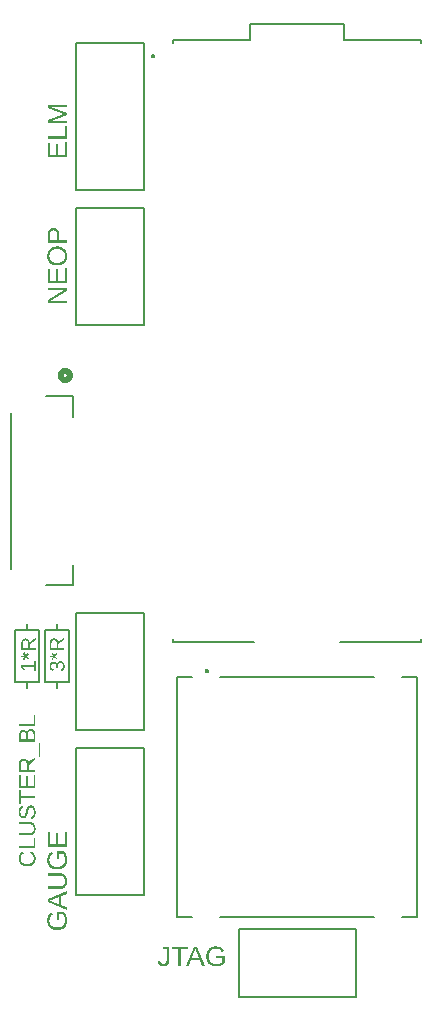
<source format=gbr>
G04 EAGLE Gerber RS-274X export*
G75*
%MOMM*%
%FSLAX34Y34*%
%LPD*%
%INSilkscreen Top*%
%IPPOS*%
%AMOC8*
5,1,8,0,0,1.08239X$1,22.5*%
G01*
G04 Define Apertures*
%ADD10C,0.152400*%
%ADD11C,0.127000*%
%ADD12C,0.200000*%
%ADD13C,0.508000*%
G36*
X-221488Y-224864D02*
X-235312Y-224864D01*
X-235312Y-219841D01*
X-235299Y-219251D01*
X-235260Y-218700D01*
X-235194Y-218187D01*
X-235103Y-217712D01*
X-234985Y-217274D01*
X-234840Y-216875D01*
X-234670Y-216514D01*
X-234473Y-216191D01*
X-234251Y-215906D01*
X-234002Y-215659D01*
X-233726Y-215450D01*
X-233425Y-215278D01*
X-233097Y-215145D01*
X-232743Y-215050D01*
X-232363Y-214993D01*
X-231957Y-214974D01*
X-231656Y-214985D01*
X-231368Y-215017D01*
X-231092Y-215071D01*
X-230828Y-215146D01*
X-230577Y-215243D01*
X-230338Y-215361D01*
X-230111Y-215500D01*
X-229896Y-215661D01*
X-229696Y-215842D01*
X-229594Y-215953D01*
X-229514Y-216040D01*
X-229348Y-216256D01*
X-229200Y-216490D01*
X-229069Y-216742D01*
X-228954Y-217011D01*
X-228858Y-217299D01*
X-228778Y-217604D01*
X-228718Y-217204D01*
X-228635Y-216827D01*
X-228531Y-216474D01*
X-228404Y-216144D01*
X-228255Y-215838D01*
X-228083Y-215556D01*
X-227890Y-215298D01*
X-227790Y-215189D01*
X-227674Y-215063D01*
X-227440Y-214853D01*
X-227191Y-214672D01*
X-226927Y-214519D01*
X-226648Y-214393D01*
X-226354Y-214295D01*
X-226045Y-214226D01*
X-225722Y-214184D01*
X-225383Y-214170D01*
X-224935Y-214191D01*
X-224512Y-214254D01*
X-224115Y-214359D01*
X-223743Y-214506D01*
X-223397Y-214695D01*
X-223077Y-214926D01*
X-222782Y-215199D01*
X-222513Y-215514D01*
X-222273Y-215866D01*
X-222065Y-216252D01*
X-221889Y-216670D01*
X-221744Y-217121D01*
X-221632Y-217604D01*
X-221552Y-218121D01*
X-221504Y-218670D01*
X-221488Y-219252D01*
X-221488Y-224864D01*
G37*
%LPC*%
G36*
X-222989Y-222990D02*
X-222989Y-219350D01*
X-222999Y-218936D01*
X-223029Y-218550D01*
X-223079Y-218194D01*
X-223149Y-217866D01*
X-223238Y-217568D01*
X-223348Y-217299D01*
X-223477Y-217059D01*
X-223627Y-216848D01*
X-223796Y-216664D01*
X-223985Y-216505D01*
X-224193Y-216370D01*
X-224422Y-216260D01*
X-224669Y-216174D01*
X-224937Y-216112D01*
X-225224Y-216076D01*
X-225530Y-216063D01*
X-225826Y-216077D01*
X-226103Y-216117D01*
X-226361Y-216184D01*
X-226599Y-216278D01*
X-226819Y-216399D01*
X-227019Y-216546D01*
X-227200Y-216721D01*
X-227363Y-216922D01*
X-227506Y-217150D01*
X-227630Y-217405D01*
X-227735Y-217686D01*
X-227821Y-217995D01*
X-227887Y-218330D01*
X-227935Y-218693D01*
X-227964Y-219082D01*
X-227973Y-219497D01*
X-227973Y-222990D01*
X-222989Y-222990D01*
G37*
G36*
X-229435Y-222990D02*
X-229435Y-219841D01*
X-229444Y-219477D01*
X-229470Y-219138D01*
X-229515Y-218822D01*
X-229576Y-218530D01*
X-229656Y-218261D01*
X-229753Y-218017D01*
X-229867Y-217796D01*
X-229999Y-217599D01*
X-230150Y-217425D01*
X-230319Y-217275D01*
X-230507Y-217147D01*
X-230714Y-217043D01*
X-230940Y-216962D01*
X-231185Y-216904D01*
X-231449Y-216870D01*
X-231731Y-216858D01*
X-232001Y-216870D01*
X-232250Y-216906D01*
X-232480Y-216966D01*
X-232690Y-217049D01*
X-232880Y-217157D01*
X-233050Y-217289D01*
X-233200Y-217444D01*
X-233330Y-217623D01*
X-233443Y-217825D01*
X-233541Y-218049D01*
X-233623Y-218294D01*
X-233691Y-218560D01*
X-233744Y-218848D01*
X-233781Y-219158D01*
X-233804Y-219488D01*
X-233811Y-219841D01*
X-233811Y-222990D01*
X-229435Y-222990D01*
G37*
%LPD*%
G36*
X-221488Y-250552D02*
X-235312Y-250552D01*
X-235312Y-244047D01*
X-235296Y-243480D01*
X-235247Y-242946D01*
X-235165Y-242445D01*
X-235051Y-241978D01*
X-234904Y-241544D01*
X-234725Y-241143D01*
X-234512Y-240775D01*
X-234267Y-240441D01*
X-233993Y-240143D01*
X-233694Y-239885D01*
X-233368Y-239667D01*
X-233018Y-239488D01*
X-232641Y-239349D01*
X-232239Y-239250D01*
X-231812Y-239190D01*
X-231358Y-239170D01*
X-230981Y-239185D01*
X-230619Y-239227D01*
X-230272Y-239297D01*
X-229941Y-239395D01*
X-229624Y-239521D01*
X-229324Y-239675D01*
X-229038Y-239858D01*
X-228768Y-240068D01*
X-228518Y-240303D01*
X-228292Y-240560D01*
X-228090Y-240837D01*
X-228016Y-240962D01*
X-227912Y-241136D01*
X-227759Y-241457D01*
X-227629Y-241798D01*
X-227524Y-242161D01*
X-227444Y-242546D01*
X-224908Y-240875D01*
X-221488Y-238621D01*
X-221488Y-240780D01*
X-227228Y-244371D01*
X-227228Y-248678D01*
X-221488Y-248678D01*
X-221488Y-250552D01*
G37*
%LPC*%
G36*
X-228709Y-248678D02*
X-228709Y-244155D01*
X-228720Y-243795D01*
X-228752Y-243456D01*
X-228806Y-243138D01*
X-228882Y-242841D01*
X-228979Y-242565D01*
X-229098Y-242310D01*
X-229239Y-242077D01*
X-229401Y-241864D01*
X-229582Y-241674D01*
X-229781Y-241510D01*
X-229998Y-241370D01*
X-230231Y-241257D01*
X-230482Y-241168D01*
X-230750Y-241105D01*
X-231036Y-241067D01*
X-231339Y-241054D01*
X-231631Y-241067D01*
X-231906Y-241105D01*
X-232163Y-241169D01*
X-232402Y-241259D01*
X-232623Y-241374D01*
X-232826Y-241515D01*
X-233011Y-241682D01*
X-233178Y-241874D01*
X-233327Y-242090D01*
X-233455Y-242328D01*
X-233564Y-242589D01*
X-233653Y-242873D01*
X-233722Y-243179D01*
X-233772Y-243508D01*
X-233801Y-243859D01*
X-233811Y-244233D01*
X-233811Y-248678D01*
X-228709Y-248678D01*
G37*
%LPD*%
G36*
X-221488Y-263958D02*
X-235312Y-263958D01*
X-235312Y-253470D01*
X-233782Y-253470D01*
X-233782Y-262084D01*
X-229347Y-262084D01*
X-229347Y-254058D01*
X-227836Y-254058D01*
X-227836Y-262084D01*
X-223019Y-262084D01*
X-223019Y-253067D01*
X-221488Y-253067D01*
X-221488Y-263958D01*
G37*
G36*
X-224804Y-290381D02*
X-225167Y-288566D01*
X-224866Y-288477D01*
X-224586Y-288365D01*
X-224326Y-288231D01*
X-224087Y-288076D01*
X-223868Y-287898D01*
X-223671Y-287698D01*
X-223494Y-287476D01*
X-223337Y-287232D01*
X-223201Y-286965D01*
X-223082Y-286676D01*
X-222982Y-286363D01*
X-222900Y-286028D01*
X-222836Y-285669D01*
X-222790Y-285287D01*
X-222763Y-284883D01*
X-222754Y-284455D01*
X-222763Y-284014D01*
X-222793Y-283599D01*
X-222841Y-283210D01*
X-222909Y-282847D01*
X-222997Y-282510D01*
X-223104Y-282199D01*
X-223231Y-281914D01*
X-223377Y-281654D01*
X-223542Y-281423D01*
X-223725Y-281223D01*
X-223926Y-281053D01*
X-224146Y-280915D01*
X-224384Y-280807D01*
X-224640Y-280730D01*
X-224914Y-280683D01*
X-225207Y-280668D01*
X-225529Y-280687D01*
X-225820Y-280745D01*
X-226079Y-280842D01*
X-226305Y-280977D01*
X-226507Y-281147D01*
X-226690Y-281349D01*
X-226855Y-281581D01*
X-227002Y-281845D01*
X-227134Y-282139D01*
X-227255Y-282459D01*
X-227364Y-282806D01*
X-227463Y-283180D01*
X-227865Y-284897D01*
X-228047Y-285667D01*
X-228228Y-286338D01*
X-228410Y-286910D01*
X-228591Y-287384D01*
X-228778Y-287786D01*
X-228975Y-288143D01*
X-229183Y-288456D01*
X-229401Y-288723D01*
X-229634Y-288954D01*
X-229885Y-289156D01*
X-230156Y-289329D01*
X-230446Y-289474D01*
X-230756Y-289588D01*
X-231088Y-289669D01*
X-231443Y-289718D01*
X-231819Y-289734D01*
X-232251Y-289713D01*
X-232656Y-289649D01*
X-233037Y-289543D01*
X-233392Y-289394D01*
X-233721Y-289203D01*
X-234025Y-288969D01*
X-234304Y-288693D01*
X-234557Y-288375D01*
X-234782Y-288017D01*
X-234977Y-287622D01*
X-235143Y-287191D01*
X-235278Y-286723D01*
X-235383Y-286218D01*
X-235458Y-285677D01*
X-235503Y-285099D01*
X-235518Y-284485D01*
X-235507Y-283913D01*
X-235473Y-283377D01*
X-235417Y-282875D01*
X-235338Y-282407D01*
X-235237Y-281974D01*
X-235113Y-281576D01*
X-234966Y-281213D01*
X-234797Y-280884D01*
X-234601Y-280584D01*
X-234373Y-280307D01*
X-234114Y-280054D01*
X-233822Y-279824D01*
X-233499Y-279618D01*
X-233144Y-279434D01*
X-232758Y-279274D01*
X-232339Y-279137D01*
X-232016Y-280982D01*
X-232281Y-281067D01*
X-232527Y-281168D01*
X-232755Y-281287D01*
X-232964Y-281424D01*
X-233154Y-281577D01*
X-233325Y-281747D01*
X-233477Y-281935D01*
X-233610Y-282140D01*
X-233726Y-282363D01*
X-233827Y-282608D01*
X-233912Y-282872D01*
X-233982Y-283158D01*
X-234036Y-283464D01*
X-234074Y-283790D01*
X-234098Y-284137D01*
X-234105Y-284504D01*
X-234097Y-284907D01*
X-234071Y-285284D01*
X-234028Y-285638D01*
X-233968Y-285966D01*
X-233891Y-286270D01*
X-233796Y-286550D01*
X-233685Y-286805D01*
X-233556Y-287036D01*
X-233410Y-287240D01*
X-233248Y-287418D01*
X-233068Y-287568D01*
X-232872Y-287691D01*
X-232658Y-287786D01*
X-232428Y-287854D01*
X-232181Y-287895D01*
X-231918Y-287909D01*
X-231612Y-287888D01*
X-231335Y-287824D01*
X-231085Y-287718D01*
X-230863Y-287570D01*
X-230662Y-287382D01*
X-230478Y-287157D01*
X-230309Y-286894D01*
X-230156Y-286594D01*
X-230003Y-286196D01*
X-229834Y-285640D01*
X-229648Y-284926D01*
X-229445Y-284053D01*
X-229146Y-282782D01*
X-228979Y-282163D01*
X-228783Y-281571D01*
X-228553Y-281010D01*
X-228287Y-280487D01*
X-228137Y-280242D01*
X-227971Y-280014D01*
X-227789Y-279803D01*
X-227591Y-279608D01*
X-227375Y-279432D01*
X-227142Y-279276D01*
X-226890Y-279140D01*
X-226619Y-279025D01*
X-226327Y-278932D01*
X-226011Y-278866D01*
X-225670Y-278827D01*
X-225305Y-278814D01*
X-224840Y-278837D01*
X-224402Y-278907D01*
X-223991Y-279024D01*
X-223607Y-279188D01*
X-223250Y-279398D01*
X-222920Y-279655D01*
X-222618Y-279959D01*
X-222342Y-280310D01*
X-222096Y-280703D01*
X-221882Y-281134D01*
X-221702Y-281604D01*
X-221554Y-282112D01*
X-221439Y-282657D01*
X-221357Y-283241D01*
X-221308Y-283864D01*
X-221292Y-284524D01*
X-221306Y-285139D01*
X-221347Y-285721D01*
X-221415Y-286269D01*
X-221511Y-286785D01*
X-221635Y-287267D01*
X-221786Y-287716D01*
X-221964Y-288132D01*
X-222170Y-288515D01*
X-222403Y-288864D01*
X-222664Y-289180D01*
X-222952Y-289464D01*
X-223268Y-289714D01*
X-223611Y-289930D01*
X-223981Y-290114D01*
X-224379Y-290264D01*
X-224804Y-290381D01*
G37*
G36*
X-226511Y-304244D02*
X-235312Y-304244D01*
X-235312Y-302370D01*
X-226668Y-302370D01*
X-226209Y-302355D01*
X-225779Y-302310D01*
X-225377Y-302234D01*
X-225003Y-302129D01*
X-224658Y-301994D01*
X-224341Y-301829D01*
X-224053Y-301633D01*
X-223794Y-301408D01*
X-223564Y-301154D01*
X-223364Y-300874D01*
X-223196Y-300567D01*
X-223058Y-300233D01*
X-222951Y-299873D01*
X-222874Y-299486D01*
X-222828Y-299072D01*
X-222813Y-298631D01*
X-222828Y-298178D01*
X-222876Y-297751D01*
X-222955Y-297350D01*
X-223066Y-296975D01*
X-223209Y-296625D01*
X-223384Y-296302D01*
X-223590Y-296004D01*
X-223828Y-295732D01*
X-224097Y-295490D01*
X-224394Y-295279D01*
X-224721Y-295101D01*
X-225078Y-294956D01*
X-225463Y-294843D01*
X-225878Y-294762D01*
X-226322Y-294713D01*
X-226796Y-294697D01*
X-235312Y-294697D01*
X-235312Y-292833D01*
X-226688Y-292833D01*
X-226276Y-292844D01*
X-225878Y-292877D01*
X-225495Y-292933D01*
X-225126Y-293011D01*
X-224771Y-293111D01*
X-224431Y-293233D01*
X-224105Y-293378D01*
X-223794Y-293544D01*
X-223498Y-293731D01*
X-223221Y-293937D01*
X-222962Y-294161D01*
X-222721Y-294403D01*
X-222497Y-294663D01*
X-222292Y-294942D01*
X-222104Y-295240D01*
X-221934Y-295556D01*
X-221784Y-295888D01*
X-221653Y-296235D01*
X-221543Y-296596D01*
X-221452Y-296972D01*
X-221382Y-297363D01*
X-221332Y-297768D01*
X-221302Y-298187D01*
X-221292Y-298622D01*
X-221301Y-299039D01*
X-221330Y-299443D01*
X-221379Y-299834D01*
X-221446Y-300211D01*
X-221533Y-300575D01*
X-221639Y-300925D01*
X-221765Y-301262D01*
X-221910Y-301585D01*
X-222073Y-301892D01*
X-222254Y-302182D01*
X-222452Y-302454D01*
X-222668Y-302708D01*
X-222901Y-302944D01*
X-223152Y-303163D01*
X-223420Y-303364D01*
X-223705Y-303547D01*
X-224007Y-303710D01*
X-224322Y-303852D01*
X-224652Y-303971D01*
X-224996Y-304069D01*
X-225353Y-304146D01*
X-225725Y-304200D01*
X-226111Y-304233D01*
X-226511Y-304244D01*
G37*
G36*
X-228464Y-330461D02*
X-228872Y-330454D01*
X-229268Y-330433D01*
X-229653Y-330398D01*
X-230028Y-330349D01*
X-230391Y-330287D01*
X-230742Y-330210D01*
X-231083Y-330119D01*
X-231412Y-330014D01*
X-231730Y-329896D01*
X-232037Y-329763D01*
X-232333Y-329617D01*
X-232618Y-329456D01*
X-232891Y-329282D01*
X-233153Y-329094D01*
X-233404Y-328891D01*
X-233644Y-328675D01*
X-233871Y-328447D01*
X-234084Y-328207D01*
X-234281Y-327957D01*
X-234464Y-327697D01*
X-234633Y-327425D01*
X-234786Y-327143D01*
X-234925Y-326850D01*
X-235050Y-326546D01*
X-235160Y-326232D01*
X-235255Y-325907D01*
X-235335Y-325571D01*
X-235401Y-325224D01*
X-235452Y-324867D01*
X-235489Y-324499D01*
X-235511Y-324120D01*
X-235518Y-323730D01*
X-235505Y-323190D01*
X-235464Y-322672D01*
X-235397Y-322177D01*
X-235302Y-321704D01*
X-235181Y-321254D01*
X-235033Y-320827D01*
X-234857Y-320423D01*
X-234655Y-320041D01*
X-234426Y-319683D01*
X-234171Y-319349D01*
X-233890Y-319040D01*
X-233583Y-318756D01*
X-233250Y-318496D01*
X-232891Y-318260D01*
X-232505Y-318049D01*
X-232094Y-317863D01*
X-231505Y-319639D01*
X-231798Y-319768D01*
X-232073Y-319916D01*
X-232331Y-320082D01*
X-232570Y-320266D01*
X-232792Y-320468D01*
X-232996Y-320688D01*
X-233182Y-320927D01*
X-233350Y-321184D01*
X-233499Y-321457D01*
X-233629Y-321741D01*
X-233739Y-322038D01*
X-233828Y-322348D01*
X-233898Y-322670D01*
X-233948Y-323005D01*
X-233978Y-323351D01*
X-233988Y-323711D01*
X-233965Y-324269D01*
X-233895Y-324795D01*
X-233780Y-325289D01*
X-233619Y-325751D01*
X-233411Y-326182D01*
X-233157Y-326580D01*
X-232857Y-326947D01*
X-232511Y-327282D01*
X-232125Y-327581D01*
X-231704Y-327840D01*
X-231250Y-328059D01*
X-230761Y-328239D01*
X-230238Y-328378D01*
X-229681Y-328478D01*
X-229089Y-328538D01*
X-228464Y-328557D01*
X-227844Y-328537D01*
X-227256Y-328474D01*
X-226698Y-328371D01*
X-226172Y-328225D01*
X-225676Y-328038D01*
X-225212Y-327810D01*
X-224779Y-327540D01*
X-224377Y-327228D01*
X-224015Y-326881D01*
X-223701Y-326505D01*
X-223436Y-326099D01*
X-223218Y-325664D01*
X-223049Y-325200D01*
X-222929Y-324707D01*
X-222856Y-324184D01*
X-222838Y-323912D01*
X-222832Y-323632D01*
X-222843Y-323275D01*
X-222877Y-322929D01*
X-222933Y-322594D01*
X-223012Y-322270D01*
X-223113Y-321958D01*
X-223236Y-321657D01*
X-223382Y-321367D01*
X-223551Y-321089D01*
X-223742Y-320821D01*
X-223955Y-320565D01*
X-224191Y-320321D01*
X-224449Y-320087D01*
X-224730Y-319865D01*
X-225033Y-319654D01*
X-225359Y-319454D01*
X-225707Y-319266D01*
X-224942Y-317736D01*
X-224509Y-317960D01*
X-224102Y-318206D01*
X-223722Y-318473D01*
X-223369Y-318762D01*
X-223043Y-319073D01*
X-222743Y-319405D01*
X-222470Y-319759D01*
X-222224Y-320134D01*
X-222005Y-320528D01*
X-221816Y-320938D01*
X-221656Y-321363D01*
X-221525Y-321804D01*
X-221423Y-322260D01*
X-221350Y-322731D01*
X-221306Y-323218D01*
X-221292Y-323720D01*
X-221305Y-324234D01*
X-221346Y-324730D01*
X-221414Y-325208D01*
X-221509Y-325669D01*
X-221631Y-326112D01*
X-221780Y-326538D01*
X-221957Y-326946D01*
X-222160Y-327336D01*
X-222389Y-327706D01*
X-222641Y-328053D01*
X-222916Y-328378D01*
X-223215Y-328680D01*
X-223537Y-328959D01*
X-223882Y-329216D01*
X-224251Y-329450D01*
X-224642Y-329661D01*
X-225055Y-329849D01*
X-225486Y-330011D01*
X-225936Y-330149D01*
X-226405Y-330261D01*
X-226892Y-330348D01*
X-227397Y-330411D01*
X-227921Y-330448D01*
X-228464Y-330461D01*
G37*
G36*
X-233782Y-277436D02*
X-235312Y-277436D01*
X-235312Y-266075D01*
X-233782Y-266075D01*
X-233782Y-270823D01*
X-221488Y-270823D01*
X-221488Y-272687D01*
X-233782Y-272687D01*
X-233782Y-277436D01*
G37*
G36*
X-221488Y-315333D02*
X-235312Y-315333D01*
X-235312Y-313459D01*
X-223019Y-313459D01*
X-223019Y-306473D01*
X-221488Y-306473D01*
X-221488Y-315333D01*
G37*
G36*
X-221488Y-211458D02*
X-235312Y-211458D01*
X-235312Y-209584D01*
X-223019Y-209584D01*
X-223019Y-202598D01*
X-221488Y-202598D01*
X-221488Y-211458D01*
G37*
G36*
X-217495Y-238004D02*
X-218770Y-238004D01*
X-218770Y-226299D01*
X-217495Y-226299D01*
X-217495Y-238004D01*
G37*
G36*
X-194818Y298684D02*
X-211115Y298684D01*
X-211115Y301587D01*
X-199815Y305924D01*
X-199108Y306151D01*
X-198351Y306369D01*
X-197679Y306547D01*
X-197224Y306653D01*
X-197806Y306796D01*
X-198629Y307040D01*
X-199397Y307288D01*
X-199815Y307439D01*
X-211115Y311696D01*
X-211115Y314529D01*
X-194818Y314529D01*
X-194818Y312540D01*
X-205690Y312540D01*
X-206584Y312547D01*
X-207460Y312566D01*
X-208319Y312599D01*
X-209160Y312644D01*
X-208181Y312368D01*
X-207315Y312106D01*
X-206562Y311859D01*
X-205922Y311626D01*
X-194818Y307416D01*
X-194818Y305866D01*
X-205922Y301598D01*
X-207888Y300951D01*
X-209160Y300569D01*
X-207876Y300604D01*
X-205690Y300650D01*
X-194818Y300650D01*
X-194818Y298684D01*
G37*
G36*
X-194818Y269684D02*
X-211115Y269684D01*
X-211115Y282048D01*
X-209310Y282048D01*
X-209310Y271893D01*
X-204082Y271893D01*
X-204082Y281354D01*
X-202301Y281354D01*
X-202301Y271893D01*
X-196622Y271893D01*
X-196622Y282522D01*
X-194818Y282522D01*
X-194818Y269684D01*
G37*
G36*
X-194818Y285496D02*
X-211115Y285496D01*
X-211115Y287705D01*
X-196622Y287705D01*
X-196622Y295940D01*
X-194818Y295940D01*
X-194818Y285496D01*
G37*
G36*
X-194818Y-367213D02*
X-211115Y-360563D01*
X-211115Y-358053D01*
X-194818Y-351506D01*
X-194818Y-353762D01*
X-199583Y-355624D01*
X-199583Y-363049D01*
X-194818Y-364923D01*
X-194818Y-367213D01*
G37*
%LPC*%
G36*
X-201307Y-362378D02*
X-201307Y-356283D01*
X-206685Y-358377D01*
X-207535Y-358700D01*
X-208489Y-359024D01*
X-209449Y-359337D01*
X-209125Y-359441D01*
X-208029Y-359799D01*
X-206662Y-360297D01*
X-201307Y-362378D01*
G37*
%LPD*%
G36*
X-203042Y-384506D02*
X-203530Y-384497D01*
X-204005Y-384472D01*
X-204466Y-384431D01*
X-204913Y-384373D01*
X-205346Y-384298D01*
X-205765Y-384206D01*
X-206170Y-384098D01*
X-206561Y-383974D01*
X-206937Y-383832D01*
X-207300Y-383674D01*
X-207649Y-383500D01*
X-207984Y-383308D01*
X-208305Y-383101D01*
X-208612Y-382876D01*
X-208904Y-382635D01*
X-209183Y-382377D01*
X-209446Y-382105D01*
X-209693Y-381818D01*
X-209922Y-381519D01*
X-210134Y-381206D01*
X-210330Y-380879D01*
X-210508Y-380539D01*
X-210670Y-380185D01*
X-210814Y-379818D01*
X-210941Y-379438D01*
X-211052Y-379044D01*
X-211145Y-378637D01*
X-211222Y-378216D01*
X-211281Y-377781D01*
X-211324Y-377334D01*
X-211349Y-376872D01*
X-211358Y-376398D01*
X-211343Y-375737D01*
X-211301Y-375108D01*
X-211229Y-374511D01*
X-211129Y-373946D01*
X-211001Y-373412D01*
X-210844Y-372911D01*
X-210658Y-372441D01*
X-210444Y-372003D01*
X-210198Y-371593D01*
X-209918Y-371207D01*
X-209604Y-370845D01*
X-209255Y-370508D01*
X-208873Y-370194D01*
X-208455Y-369905D01*
X-208004Y-369641D01*
X-207518Y-369400D01*
X-206893Y-371505D01*
X-207228Y-371687D01*
X-207540Y-371885D01*
X-207828Y-372100D01*
X-208093Y-372331D01*
X-208334Y-372578D01*
X-208552Y-372842D01*
X-208746Y-373123D01*
X-208917Y-373419D01*
X-209066Y-373734D01*
X-209195Y-374067D01*
X-209305Y-374418D01*
X-209394Y-374789D01*
X-209464Y-375177D01*
X-209514Y-375585D01*
X-209543Y-376011D01*
X-209553Y-376456D01*
X-209547Y-376803D01*
X-209527Y-377140D01*
X-209493Y-377467D01*
X-209447Y-377783D01*
X-209387Y-378089D01*
X-209313Y-378385D01*
X-209227Y-378670D01*
X-209127Y-378945D01*
X-209013Y-379210D01*
X-208887Y-379464D01*
X-208747Y-379707D01*
X-208594Y-379941D01*
X-208427Y-380163D01*
X-208247Y-380376D01*
X-208054Y-380578D01*
X-207847Y-380770D01*
X-207399Y-381119D01*
X-206907Y-381422D01*
X-206372Y-381679D01*
X-205793Y-381889D01*
X-205170Y-382052D01*
X-204504Y-382169D01*
X-203795Y-382238D01*
X-203042Y-382262D01*
X-202661Y-382256D01*
X-202290Y-382237D01*
X-201929Y-382206D01*
X-201579Y-382163D01*
X-201239Y-382107D01*
X-200908Y-382039D01*
X-200588Y-381958D01*
X-200279Y-381866D01*
X-199979Y-381760D01*
X-199690Y-381643D01*
X-199141Y-381370D01*
X-198633Y-381049D01*
X-198166Y-380677D01*
X-197748Y-380262D01*
X-197559Y-380040D01*
X-197385Y-379809D01*
X-197224Y-379568D01*
X-197077Y-379318D01*
X-196945Y-379058D01*
X-196826Y-378789D01*
X-196721Y-378510D01*
X-196631Y-378222D01*
X-196554Y-377924D01*
X-196491Y-377617D01*
X-196442Y-377301D01*
X-196407Y-376974D01*
X-196386Y-376639D01*
X-196379Y-376294D01*
X-196387Y-375898D01*
X-196410Y-375509D01*
X-196448Y-375127D01*
X-196501Y-374751D01*
X-196569Y-374382D01*
X-196653Y-374020D01*
X-196751Y-373664D01*
X-196865Y-373315D01*
X-196992Y-372978D01*
X-197130Y-372657D01*
X-197278Y-372353D01*
X-197438Y-372065D01*
X-197608Y-371793D01*
X-197789Y-371538D01*
X-197981Y-371299D01*
X-198184Y-371077D01*
X-201122Y-371077D01*
X-201122Y-375947D01*
X-202972Y-375947D01*
X-202972Y-369042D01*
X-197351Y-369042D01*
X-197031Y-369375D01*
X-196729Y-369726D01*
X-196446Y-370095D01*
X-196181Y-370483D01*
X-195935Y-370889D01*
X-195708Y-371313D01*
X-195500Y-371756D01*
X-195310Y-372217D01*
X-195140Y-372691D01*
X-194993Y-373176D01*
X-194869Y-373671D01*
X-194767Y-374176D01*
X-194688Y-374690D01*
X-194632Y-375215D01*
X-194598Y-375749D01*
X-194587Y-376294D01*
X-194603Y-376922D01*
X-194650Y-377528D01*
X-194730Y-378111D01*
X-194841Y-378673D01*
X-194984Y-379213D01*
X-195159Y-379731D01*
X-195366Y-380227D01*
X-195604Y-380700D01*
X-195873Y-381149D01*
X-196169Y-381571D01*
X-196494Y-381965D01*
X-196846Y-382333D01*
X-197227Y-382672D01*
X-197635Y-382985D01*
X-198072Y-383270D01*
X-198537Y-383528D01*
X-199026Y-383757D01*
X-199536Y-383956D01*
X-200067Y-384124D01*
X-200620Y-384261D01*
X-201194Y-384368D01*
X-201788Y-384445D01*
X-202404Y-384490D01*
X-203042Y-384506D01*
G37*
G36*
X-203042Y-333162D02*
X-203530Y-333154D01*
X-204005Y-333129D01*
X-204466Y-333087D01*
X-204913Y-333029D01*
X-205346Y-332954D01*
X-205765Y-332863D01*
X-206170Y-332754D01*
X-206561Y-332630D01*
X-206937Y-332488D01*
X-207300Y-332331D01*
X-207649Y-332156D01*
X-207984Y-331965D01*
X-208305Y-331757D01*
X-208612Y-331532D01*
X-208904Y-331291D01*
X-209183Y-331034D01*
X-209446Y-330761D01*
X-209693Y-330475D01*
X-209922Y-330175D01*
X-210134Y-329862D01*
X-210330Y-329535D01*
X-210508Y-329195D01*
X-210670Y-328842D01*
X-210814Y-328475D01*
X-210941Y-328094D01*
X-211052Y-327700D01*
X-211145Y-327293D01*
X-211222Y-326872D01*
X-211281Y-326438D01*
X-211324Y-325990D01*
X-211349Y-325529D01*
X-211358Y-325054D01*
X-211343Y-324393D01*
X-211301Y-323764D01*
X-211229Y-323167D01*
X-211129Y-322602D01*
X-211001Y-322068D01*
X-210844Y-321567D01*
X-210658Y-321097D01*
X-210444Y-320659D01*
X-210198Y-320249D01*
X-209918Y-319863D01*
X-209604Y-319501D01*
X-209255Y-319164D01*
X-208873Y-318851D01*
X-208455Y-318562D01*
X-208004Y-318297D01*
X-207518Y-318056D01*
X-206893Y-320161D01*
X-207228Y-320343D01*
X-207540Y-320541D01*
X-207828Y-320756D01*
X-208093Y-320987D01*
X-208334Y-321235D01*
X-208552Y-321498D01*
X-208746Y-321779D01*
X-208917Y-322076D01*
X-209066Y-322390D01*
X-209195Y-322723D01*
X-209305Y-323075D01*
X-209394Y-323445D01*
X-209464Y-323834D01*
X-209514Y-324241D01*
X-209543Y-324667D01*
X-209553Y-325112D01*
X-209547Y-325459D01*
X-209527Y-325797D01*
X-209493Y-326123D01*
X-209447Y-326440D01*
X-209387Y-326746D01*
X-209313Y-327041D01*
X-209227Y-327327D01*
X-209127Y-327601D01*
X-209013Y-327866D01*
X-208887Y-328120D01*
X-208747Y-328364D01*
X-208594Y-328597D01*
X-208427Y-328820D01*
X-208247Y-329032D01*
X-208054Y-329234D01*
X-207847Y-329426D01*
X-207399Y-329776D01*
X-206907Y-330079D01*
X-206372Y-330335D01*
X-205793Y-330545D01*
X-205170Y-330708D01*
X-204504Y-330825D01*
X-203795Y-330895D01*
X-203042Y-330918D01*
X-202661Y-330912D01*
X-202290Y-330893D01*
X-201929Y-330862D01*
X-201579Y-330819D01*
X-201239Y-330763D01*
X-200908Y-330695D01*
X-200588Y-330615D01*
X-200279Y-330522D01*
X-199979Y-330417D01*
X-199690Y-330299D01*
X-199141Y-330027D01*
X-198633Y-329705D01*
X-198166Y-329333D01*
X-197748Y-328918D01*
X-197559Y-328697D01*
X-197385Y-328465D01*
X-197224Y-328224D01*
X-197077Y-327974D01*
X-196945Y-327714D01*
X-196826Y-327445D01*
X-196721Y-327167D01*
X-196631Y-326878D01*
X-196554Y-326581D01*
X-196491Y-326273D01*
X-196442Y-325957D01*
X-196407Y-325631D01*
X-196386Y-325295D01*
X-196379Y-324950D01*
X-196387Y-324554D01*
X-196410Y-324165D01*
X-196448Y-323783D01*
X-196501Y-323407D01*
X-196569Y-323038D01*
X-196653Y-322676D01*
X-196751Y-322320D01*
X-196865Y-321972D01*
X-196992Y-321634D01*
X-197130Y-321313D01*
X-197278Y-321009D01*
X-197438Y-320721D01*
X-197608Y-320449D01*
X-197789Y-320194D01*
X-197981Y-319956D01*
X-198184Y-319734D01*
X-201122Y-319734D01*
X-201122Y-324603D01*
X-202972Y-324603D01*
X-202972Y-317698D01*
X-197351Y-317698D01*
X-197031Y-318031D01*
X-196729Y-318382D01*
X-196446Y-318752D01*
X-196181Y-319139D01*
X-195935Y-319545D01*
X-195708Y-319970D01*
X-195500Y-320412D01*
X-195310Y-320873D01*
X-195140Y-321348D01*
X-194993Y-321832D01*
X-194869Y-322327D01*
X-194767Y-322832D01*
X-194688Y-323346D01*
X-194632Y-323871D01*
X-194598Y-324405D01*
X-194587Y-324950D01*
X-194603Y-325578D01*
X-194650Y-326184D01*
X-194730Y-326768D01*
X-194841Y-327330D01*
X-194984Y-327869D01*
X-195159Y-328387D01*
X-195366Y-328883D01*
X-195604Y-329357D01*
X-195873Y-329806D01*
X-196169Y-330227D01*
X-196494Y-330622D01*
X-196846Y-330989D01*
X-197227Y-331329D01*
X-197635Y-331641D01*
X-198072Y-331927D01*
X-198537Y-332185D01*
X-199026Y-332414D01*
X-199536Y-332612D01*
X-200067Y-332780D01*
X-200620Y-332918D01*
X-201194Y-333024D01*
X-201788Y-333101D01*
X-202404Y-333147D01*
X-203042Y-333162D01*
G37*
G36*
X-194818Y-313973D02*
X-211115Y-313973D01*
X-211115Y-301608D01*
X-209310Y-301608D01*
X-209310Y-311763D01*
X-204082Y-311763D01*
X-204082Y-302302D01*
X-202301Y-302302D01*
X-202301Y-311763D01*
X-196622Y-311763D01*
X-196622Y-301134D01*
X-194818Y-301134D01*
X-194818Y-313973D01*
G37*
G36*
X-200740Y-349619D02*
X-211115Y-349619D01*
X-211115Y-347410D01*
X-200925Y-347410D01*
X-200384Y-347393D01*
X-199876Y-347339D01*
X-199402Y-347251D01*
X-198962Y-347127D01*
X-198555Y-346968D01*
X-198182Y-346773D01*
X-197842Y-346542D01*
X-197536Y-346277D01*
X-197265Y-345978D01*
X-197030Y-345647D01*
X-196831Y-345285D01*
X-196669Y-344892D01*
X-196542Y-344467D01*
X-196452Y-344011D01*
X-196398Y-343523D01*
X-196379Y-343004D01*
X-196398Y-342469D01*
X-196454Y-341966D01*
X-196548Y-341493D01*
X-196679Y-341050D01*
X-196847Y-340638D01*
X-197053Y-340257D01*
X-197296Y-339906D01*
X-197577Y-339586D01*
X-197893Y-339300D01*
X-198244Y-339052D01*
X-198630Y-338842D01*
X-199050Y-338671D01*
X-199504Y-338537D01*
X-199993Y-338442D01*
X-200517Y-338385D01*
X-201075Y-338366D01*
X-211115Y-338366D01*
X-211115Y-336168D01*
X-200948Y-336168D01*
X-200462Y-336181D01*
X-199993Y-336220D01*
X-199541Y-336286D01*
X-199106Y-336378D01*
X-198688Y-336496D01*
X-198287Y-336640D01*
X-197903Y-336810D01*
X-197536Y-337007D01*
X-197188Y-337227D01*
X-196861Y-337469D01*
X-196556Y-337733D01*
X-196271Y-338019D01*
X-196008Y-338326D01*
X-195765Y-338655D01*
X-195544Y-339005D01*
X-195344Y-339378D01*
X-195167Y-339769D01*
X-195013Y-340178D01*
X-194883Y-340604D01*
X-194776Y-341047D01*
X-194693Y-341508D01*
X-194634Y-341985D01*
X-194599Y-342480D01*
X-194587Y-342992D01*
X-194598Y-343484D01*
X-194632Y-343961D01*
X-194689Y-344421D01*
X-194769Y-344866D01*
X-194871Y-345294D01*
X-194997Y-345707D01*
X-195145Y-346104D01*
X-195315Y-346485D01*
X-195508Y-346848D01*
X-195721Y-347189D01*
X-195955Y-347510D01*
X-196209Y-347809D01*
X-196484Y-348088D01*
X-196779Y-348346D01*
X-197095Y-348582D01*
X-197432Y-348798D01*
X-197787Y-348991D01*
X-198159Y-349158D01*
X-198548Y-349299D01*
X-198953Y-349414D01*
X-199375Y-349504D01*
X-199813Y-349568D01*
X-200268Y-349607D01*
X-200740Y-349619D01*
G37*
G36*
X-91407Y-414782D02*
X-93698Y-414782D01*
X-87047Y-398485D01*
X-84537Y-398485D01*
X-77991Y-414782D01*
X-80246Y-414782D01*
X-82108Y-410017D01*
X-89534Y-410017D01*
X-91407Y-414782D01*
G37*
%LPC*%
G36*
X-82767Y-408293D02*
X-84861Y-402915D01*
X-85185Y-402065D01*
X-85509Y-401111D01*
X-85821Y-400151D01*
X-85925Y-400475D01*
X-86284Y-401571D01*
X-86781Y-402938D01*
X-88863Y-408293D01*
X-82767Y-408293D01*
G37*
%LPD*%
G36*
X-68528Y-415013D02*
X-69156Y-414997D01*
X-69762Y-414950D01*
X-70346Y-414870D01*
X-70908Y-414759D01*
X-71448Y-414616D01*
X-71965Y-414441D01*
X-72461Y-414234D01*
X-72935Y-413996D01*
X-73384Y-413727D01*
X-73805Y-413431D01*
X-74200Y-413106D01*
X-74567Y-412754D01*
X-74907Y-412373D01*
X-75219Y-411965D01*
X-75505Y-411528D01*
X-75763Y-411064D01*
X-75992Y-410574D01*
X-76190Y-410064D01*
X-76358Y-409533D01*
X-76496Y-408980D01*
X-76603Y-408406D01*
X-76679Y-407812D01*
X-76725Y-407196D01*
X-76740Y-406558D01*
X-76732Y-406070D01*
X-76707Y-405595D01*
X-76665Y-405134D01*
X-76607Y-404687D01*
X-76532Y-404254D01*
X-76441Y-403835D01*
X-76333Y-403430D01*
X-76208Y-403039D01*
X-76067Y-402663D01*
X-75909Y-402300D01*
X-75734Y-401951D01*
X-75543Y-401616D01*
X-75335Y-401295D01*
X-75111Y-400988D01*
X-74870Y-400696D01*
X-74612Y-400417D01*
X-74339Y-400154D01*
X-74053Y-399907D01*
X-73753Y-399678D01*
X-73440Y-399466D01*
X-73113Y-399270D01*
X-72773Y-399092D01*
X-72420Y-398930D01*
X-72053Y-398786D01*
X-71672Y-398659D01*
X-71278Y-398548D01*
X-70871Y-398455D01*
X-70450Y-398378D01*
X-70016Y-398319D01*
X-69568Y-398276D01*
X-69107Y-398251D01*
X-68632Y-398242D01*
X-67971Y-398257D01*
X-67342Y-398300D01*
X-66745Y-398371D01*
X-66180Y-398471D01*
X-65647Y-398599D01*
X-65145Y-398756D01*
X-64675Y-398942D01*
X-64237Y-399156D01*
X-63827Y-399402D01*
X-63441Y-399682D01*
X-63079Y-399996D01*
X-62742Y-400345D01*
X-62429Y-400728D01*
X-62140Y-401145D01*
X-61875Y-401596D01*
X-61635Y-402082D01*
X-63740Y-402707D01*
X-63921Y-402372D01*
X-64119Y-402060D01*
X-64334Y-401772D01*
X-64565Y-401507D01*
X-64813Y-401266D01*
X-65077Y-401048D01*
X-65357Y-400854D01*
X-65654Y-400683D01*
X-65968Y-400534D01*
X-66301Y-400405D01*
X-66653Y-400295D01*
X-67023Y-400206D01*
X-67412Y-400136D01*
X-67819Y-400086D01*
X-68245Y-400057D01*
X-68690Y-400047D01*
X-69037Y-400053D01*
X-69375Y-400073D01*
X-69701Y-400107D01*
X-70018Y-400153D01*
X-70324Y-400213D01*
X-70619Y-400287D01*
X-70905Y-400373D01*
X-71180Y-400473D01*
X-71444Y-400587D01*
X-71698Y-400713D01*
X-71942Y-400853D01*
X-72175Y-401006D01*
X-72398Y-401173D01*
X-72610Y-401353D01*
X-72812Y-401546D01*
X-73004Y-401753D01*
X-73354Y-402201D01*
X-73657Y-402693D01*
X-73913Y-403228D01*
X-74123Y-403807D01*
X-74286Y-404430D01*
X-74403Y-405096D01*
X-74473Y-405805D01*
X-74496Y-406558D01*
X-74490Y-406939D01*
X-74471Y-407310D01*
X-74440Y-407671D01*
X-74397Y-408021D01*
X-74341Y-408362D01*
X-74273Y-408692D01*
X-74193Y-409012D01*
X-74100Y-409321D01*
X-73995Y-409621D01*
X-73877Y-409910D01*
X-73605Y-410459D01*
X-73283Y-410967D01*
X-72912Y-411434D01*
X-72496Y-411852D01*
X-72275Y-412041D01*
X-72043Y-412215D01*
X-71803Y-412376D01*
X-71552Y-412523D01*
X-71293Y-412655D01*
X-71023Y-412774D01*
X-70745Y-412879D01*
X-70456Y-412969D01*
X-70159Y-413046D01*
X-69852Y-413109D01*
X-69535Y-413158D01*
X-69209Y-413193D01*
X-68873Y-413214D01*
X-68528Y-413221D01*
X-68132Y-413213D01*
X-67743Y-413190D01*
X-67361Y-413152D01*
X-66985Y-413099D01*
X-66616Y-413031D01*
X-66254Y-412947D01*
X-65899Y-412849D01*
X-65550Y-412735D01*
X-65212Y-412608D01*
X-64892Y-412470D01*
X-64587Y-412322D01*
X-64299Y-412162D01*
X-64028Y-411992D01*
X-63772Y-411811D01*
X-63534Y-411619D01*
X-63312Y-411416D01*
X-63312Y-408478D01*
X-68181Y-408478D01*
X-68181Y-406628D01*
X-61276Y-406628D01*
X-61276Y-412249D01*
X-61609Y-412569D01*
X-61960Y-412871D01*
X-62330Y-413154D01*
X-62717Y-413419D01*
X-63123Y-413665D01*
X-63548Y-413892D01*
X-63990Y-414100D01*
X-64451Y-414290D01*
X-64926Y-414460D01*
X-65411Y-414607D01*
X-65905Y-414731D01*
X-66410Y-414833D01*
X-66925Y-414912D01*
X-67449Y-414968D01*
X-67984Y-415002D01*
X-68528Y-415013D01*
G37*
G36*
X-98135Y-414782D02*
X-100332Y-414782D01*
X-100332Y-400290D01*
X-105930Y-400290D01*
X-105930Y-398485D01*
X-92537Y-398485D01*
X-92537Y-400290D01*
X-98135Y-400290D01*
X-98135Y-414782D01*
G37*
G36*
X-113021Y-415013D02*
X-113525Y-414997D01*
X-114003Y-414946D01*
X-114455Y-414863D01*
X-114881Y-414746D01*
X-115280Y-414595D01*
X-115653Y-414412D01*
X-115999Y-414194D01*
X-116320Y-413943D01*
X-116614Y-413659D01*
X-116882Y-413342D01*
X-117123Y-412991D01*
X-117338Y-412606D01*
X-117527Y-412188D01*
X-117690Y-411737D01*
X-117826Y-411252D01*
X-117936Y-410734D01*
X-115773Y-410375D01*
X-115713Y-410702D01*
X-115637Y-411009D01*
X-115544Y-411299D01*
X-115435Y-411570D01*
X-115310Y-411822D01*
X-115168Y-412056D01*
X-115010Y-412272D01*
X-114836Y-412469D01*
X-114648Y-412645D01*
X-114449Y-412798D01*
X-114238Y-412927D01*
X-114015Y-413033D01*
X-113781Y-413115D01*
X-113535Y-413174D01*
X-113278Y-413209D01*
X-113009Y-413221D01*
X-112716Y-413208D01*
X-112439Y-413169D01*
X-112178Y-413104D01*
X-111933Y-413014D01*
X-111704Y-412898D01*
X-111491Y-412755D01*
X-111294Y-412587D01*
X-111112Y-412394D01*
X-110949Y-412175D01*
X-110809Y-411932D01*
X-110689Y-411665D01*
X-110592Y-411374D01*
X-110516Y-411059D01*
X-110462Y-410721D01*
X-110429Y-410358D01*
X-110418Y-409971D01*
X-110418Y-400290D01*
X-113553Y-400290D01*
X-113553Y-398485D01*
X-108221Y-398485D01*
X-108221Y-409924D01*
X-108241Y-410501D01*
X-108301Y-411047D01*
X-108401Y-411560D01*
X-108542Y-412042D01*
X-108722Y-412493D01*
X-108943Y-412912D01*
X-109204Y-413299D01*
X-109504Y-413654D01*
X-109840Y-413973D01*
X-110206Y-414249D01*
X-110601Y-414482D01*
X-111025Y-414674D01*
X-111480Y-414822D01*
X-111964Y-414928D01*
X-112477Y-414992D01*
X-113021Y-415013D01*
G37*
G36*
X-203042Y178250D02*
X-203524Y178258D01*
X-203992Y178283D01*
X-204448Y178325D01*
X-204890Y178384D01*
X-205318Y178459D01*
X-205734Y178551D01*
X-206136Y178660D01*
X-206524Y178785D01*
X-206900Y178927D01*
X-207262Y179086D01*
X-207611Y179261D01*
X-207946Y179454D01*
X-208268Y179663D01*
X-208577Y179888D01*
X-208872Y180131D01*
X-209154Y180390D01*
X-209421Y180664D01*
X-209671Y180951D01*
X-209903Y181251D01*
X-210118Y181564D01*
X-210316Y181891D01*
X-210497Y182230D01*
X-210660Y182583D01*
X-210807Y182949D01*
X-210936Y183328D01*
X-211048Y183720D01*
X-211142Y184125D01*
X-211220Y184543D01*
X-211280Y184974D01*
X-211323Y185418D01*
X-211349Y185876D01*
X-211358Y186346D01*
X-211342Y186958D01*
X-211296Y187549D01*
X-211219Y188119D01*
X-211110Y188668D01*
X-210971Y189197D01*
X-210801Y189706D01*
X-210600Y190193D01*
X-210369Y190661D01*
X-210107Y191104D01*
X-209818Y191520D01*
X-209501Y191910D01*
X-209156Y192273D01*
X-208782Y192608D01*
X-208381Y192917D01*
X-207952Y193199D01*
X-207495Y193454D01*
X-207013Y193680D01*
X-206509Y193876D01*
X-205985Y194042D01*
X-205439Y194178D01*
X-204871Y194284D01*
X-204283Y194359D01*
X-203673Y194404D01*
X-203042Y194420D01*
X-202412Y194404D01*
X-201803Y194358D01*
X-201214Y194282D01*
X-200644Y194175D01*
X-200095Y194038D01*
X-199565Y193870D01*
X-199055Y193671D01*
X-198565Y193442D01*
X-198099Y193185D01*
X-197661Y192900D01*
X-197251Y192590D01*
X-196868Y192252D01*
X-196513Y191888D01*
X-196186Y191498D01*
X-195887Y191081D01*
X-195616Y190637D01*
X-195375Y190170D01*
X-195166Y189682D01*
X-194989Y189174D01*
X-194844Y188645D01*
X-194731Y188096D01*
X-194651Y187525D01*
X-194603Y186935D01*
X-194587Y186323D01*
X-194603Y185707D01*
X-194650Y185111D01*
X-194730Y184538D01*
X-194841Y183985D01*
X-194984Y183455D01*
X-195159Y182946D01*
X-195366Y182458D01*
X-195604Y181992D01*
X-195873Y181550D01*
X-196170Y181135D01*
X-196496Y180747D01*
X-196849Y180385D01*
X-197231Y180051D01*
X-197642Y179744D01*
X-198081Y179463D01*
X-198548Y179210D01*
X-199040Y178985D01*
X-199551Y178790D01*
X-200083Y178625D01*
X-200634Y178490D01*
X-201206Y178385D01*
X-201798Y178310D01*
X-202410Y178265D01*
X-203042Y178250D01*
G37*
%LPC*%
G36*
X-203042Y180494D02*
X-202663Y180500D01*
X-202295Y180518D01*
X-201937Y180548D01*
X-201588Y180590D01*
X-201250Y180645D01*
X-200921Y180711D01*
X-200293Y180880D01*
X-199705Y181097D01*
X-199156Y181362D01*
X-198647Y181676D01*
X-198178Y182038D01*
X-197756Y182443D01*
X-197567Y182659D01*
X-197391Y182885D01*
X-197230Y183120D01*
X-197082Y183364D01*
X-196949Y183618D01*
X-196829Y183881D01*
X-196724Y184154D01*
X-196632Y184436D01*
X-196555Y184727D01*
X-196492Y185027D01*
X-196443Y185337D01*
X-196408Y185657D01*
X-196386Y185985D01*
X-196379Y186323D01*
X-196386Y186671D01*
X-196407Y187008D01*
X-196441Y187335D01*
X-196488Y187652D01*
X-196549Y187959D01*
X-196624Y188255D01*
X-196713Y188541D01*
X-196815Y188817D01*
X-196930Y189083D01*
X-197059Y189338D01*
X-197202Y189583D01*
X-197359Y189818D01*
X-197529Y190043D01*
X-197712Y190257D01*
X-197909Y190461D01*
X-198120Y190655D01*
X-198578Y191009D01*
X-199080Y191315D01*
X-199628Y191575D01*
X-200221Y191787D01*
X-200859Y191952D01*
X-201541Y192070D01*
X-201899Y192111D01*
X-202269Y192141D01*
X-202650Y192158D01*
X-203042Y192164D01*
X-203417Y192158D01*
X-203782Y192140D01*
X-204136Y192111D01*
X-204481Y192069D01*
X-205139Y191950D01*
X-205757Y191784D01*
X-206333Y191570D01*
X-206869Y191309D01*
X-207364Y191000D01*
X-207818Y190643D01*
X-208225Y190243D01*
X-208408Y190029D01*
X-208577Y189804D01*
X-208733Y189570D01*
X-208876Y189326D01*
X-209004Y189072D01*
X-209120Y188809D01*
X-209221Y188535D01*
X-209309Y188252D01*
X-209384Y187959D01*
X-209445Y187656D01*
X-209492Y187343D01*
X-209526Y187021D01*
X-209547Y186688D01*
X-209553Y186346D01*
X-209547Y186001D01*
X-209527Y185666D01*
X-209493Y185341D01*
X-209446Y185026D01*
X-209386Y184721D01*
X-209313Y184426D01*
X-209226Y184141D01*
X-209125Y183865D01*
X-209012Y183600D01*
X-208885Y183345D01*
X-208744Y183099D01*
X-208590Y182863D01*
X-208423Y182638D01*
X-208243Y182422D01*
X-207841Y182021D01*
X-207392Y181663D01*
X-206900Y181353D01*
X-206364Y181090D01*
X-205786Y180876D01*
X-205164Y180709D01*
X-204837Y180643D01*
X-204500Y180589D01*
X-204151Y180548D01*
X-203792Y180518D01*
X-203422Y180500D01*
X-203042Y180494D01*
G37*
%LPD*%
G36*
X-194818Y197509D02*
X-211115Y197509D01*
X-211115Y204367D01*
X-211095Y205033D01*
X-211034Y205661D01*
X-210934Y206249D01*
X-210794Y206799D01*
X-210613Y207311D01*
X-210393Y207783D01*
X-210132Y208217D01*
X-209831Y208612D01*
X-209493Y208965D01*
X-209123Y209270D01*
X-208720Y209529D01*
X-208284Y209740D01*
X-207815Y209904D01*
X-207313Y210022D01*
X-206778Y210092D01*
X-206211Y210116D01*
X-205647Y210092D01*
X-205113Y210022D01*
X-204609Y209904D01*
X-204135Y209739D01*
X-203690Y209526D01*
X-203274Y209267D01*
X-202889Y208960D01*
X-202533Y208606D01*
X-202213Y208212D01*
X-201936Y207784D01*
X-201701Y207322D01*
X-201509Y206827D01*
X-201360Y206297D01*
X-201253Y205734D01*
X-201189Y205137D01*
X-201168Y204506D01*
X-201168Y199718D01*
X-194818Y199718D01*
X-194818Y197509D01*
G37*
%LPC*%
G36*
X-202914Y199718D02*
X-202914Y204194D01*
X-202927Y204642D01*
X-202965Y205061D01*
X-203029Y205452D01*
X-203119Y205813D01*
X-203234Y206146D01*
X-203375Y206449D01*
X-203541Y206724D01*
X-203733Y206970D01*
X-203950Y207187D01*
X-204193Y207375D01*
X-204461Y207534D01*
X-204756Y207664D01*
X-205075Y207765D01*
X-205420Y207837D01*
X-205791Y207881D01*
X-206188Y207895D01*
X-206570Y207880D01*
X-206928Y207836D01*
X-207261Y207762D01*
X-207569Y207658D01*
X-207853Y207525D01*
X-208112Y207362D01*
X-208346Y207169D01*
X-208556Y206947D01*
X-208741Y206695D01*
X-208901Y206413D01*
X-209037Y206102D01*
X-209148Y205761D01*
X-209234Y205391D01*
X-209296Y204991D01*
X-209333Y204561D01*
X-209345Y204101D01*
X-209345Y199718D01*
X-202914Y199718D01*
G37*
%LPD*%
G36*
X-194818Y146165D02*
X-211115Y146165D01*
X-211115Y148733D01*
X-197143Y157546D01*
X-199097Y157442D01*
X-199841Y157416D01*
X-200428Y157407D01*
X-211115Y157407D01*
X-211115Y159397D01*
X-194818Y159397D01*
X-194818Y156736D01*
X-208697Y148016D01*
X-207575Y148073D01*
X-205644Y148131D01*
X-194818Y148131D01*
X-194818Y146165D01*
G37*
G36*
X-194818Y163259D02*
X-211115Y163259D01*
X-211115Y175623D01*
X-209310Y175623D01*
X-209310Y165468D01*
X-204082Y165468D01*
X-204082Y174929D01*
X-202301Y174929D01*
X-202301Y165468D01*
X-196622Y165468D01*
X-196622Y176097D01*
X-194818Y176097D01*
X-194818Y163259D01*
G37*
G36*
X-196860Y-147674D02*
X-209201Y-147674D01*
X-209201Y-141867D01*
X-209186Y-141361D01*
X-209142Y-140884D01*
X-209070Y-140438D01*
X-208968Y-140020D01*
X-208836Y-139633D01*
X-208676Y-139275D01*
X-208487Y-138947D01*
X-208268Y-138649D01*
X-208023Y-138383D01*
X-207756Y-138152D01*
X-207466Y-137957D01*
X-207152Y-137798D01*
X-206816Y-137674D01*
X-206457Y-137585D01*
X-206076Y-137532D01*
X-205671Y-137514D01*
X-205334Y-137527D01*
X-205011Y-137564D01*
X-204701Y-137627D01*
X-204405Y-137715D01*
X-204123Y-137827D01*
X-203855Y-137965D01*
X-203600Y-138128D01*
X-203359Y-138316D01*
X-203135Y-138526D01*
X-202934Y-138754D01*
X-202753Y-139002D01*
X-202687Y-139113D01*
X-202595Y-139269D01*
X-202458Y-139555D01*
X-202342Y-139860D01*
X-202249Y-140184D01*
X-202176Y-140527D01*
X-199913Y-139036D01*
X-196860Y-137024D01*
X-196860Y-138951D01*
X-201984Y-142156D01*
X-201984Y-146001D01*
X-196860Y-146001D01*
X-196860Y-147674D01*
G37*
%LPC*%
G36*
X-203306Y-146001D02*
X-203306Y-141964D01*
X-203316Y-141642D01*
X-203345Y-141340D01*
X-203393Y-141056D01*
X-203461Y-140791D01*
X-203547Y-140545D01*
X-203654Y-140317D01*
X-203779Y-140109D01*
X-203924Y-139919D01*
X-204086Y-139749D01*
X-204263Y-139602D01*
X-204456Y-139478D01*
X-204665Y-139377D01*
X-204889Y-139298D01*
X-205128Y-139241D01*
X-205383Y-139207D01*
X-205654Y-139196D01*
X-205915Y-139207D01*
X-206160Y-139242D01*
X-206390Y-139299D01*
X-206603Y-139379D01*
X-206800Y-139482D01*
X-206981Y-139607D01*
X-207147Y-139756D01*
X-207296Y-139927D01*
X-207428Y-140120D01*
X-207543Y-140333D01*
X-207640Y-140566D01*
X-207720Y-140820D01*
X-207781Y-141093D01*
X-207825Y-141386D01*
X-207852Y-141700D01*
X-207861Y-142034D01*
X-207861Y-146001D01*
X-203306Y-146001D01*
G37*
%LPD*%
G36*
X-200031Y-165400D02*
X-200179Y-163771D01*
X-199914Y-163723D01*
X-199666Y-163660D01*
X-199435Y-163580D01*
X-199222Y-163485D01*
X-199025Y-163373D01*
X-198845Y-163245D01*
X-198683Y-163101D01*
X-198537Y-162941D01*
X-198409Y-162765D01*
X-198298Y-162573D01*
X-198204Y-162365D01*
X-198127Y-162140D01*
X-198067Y-161900D01*
X-198024Y-161643D01*
X-197998Y-161371D01*
X-197990Y-161082D01*
X-197999Y-160792D01*
X-198027Y-160518D01*
X-198072Y-160261D01*
X-198137Y-160019D01*
X-198219Y-159793D01*
X-198320Y-159583D01*
X-198439Y-159390D01*
X-198577Y-159212D01*
X-198732Y-159053D01*
X-198906Y-158915D01*
X-199097Y-158798D01*
X-199306Y-158703D01*
X-199533Y-158629D01*
X-199777Y-158576D01*
X-200039Y-158544D01*
X-200320Y-158533D01*
X-200565Y-158545D01*
X-200796Y-158582D01*
X-201013Y-158642D01*
X-201216Y-158727D01*
X-201406Y-158836D01*
X-201582Y-158969D01*
X-201744Y-159127D01*
X-201892Y-159308D01*
X-202024Y-159513D01*
X-202139Y-159739D01*
X-202236Y-159986D01*
X-202315Y-160255D01*
X-202377Y-160546D01*
X-202421Y-160858D01*
X-202448Y-161191D01*
X-202457Y-161546D01*
X-202457Y-162440D01*
X-203823Y-162440D01*
X-203823Y-161581D01*
X-203832Y-161266D01*
X-203858Y-160970D01*
X-203902Y-160691D01*
X-203964Y-160431D01*
X-204044Y-160188D01*
X-204141Y-159964D01*
X-204256Y-159759D01*
X-204388Y-159571D01*
X-204536Y-159404D01*
X-204698Y-159259D01*
X-204873Y-159136D01*
X-205061Y-159036D01*
X-205263Y-158958D01*
X-205479Y-158902D01*
X-205709Y-158869D01*
X-205951Y-158857D01*
X-206192Y-158866D01*
X-206420Y-158894D01*
X-206635Y-158939D01*
X-206837Y-159003D01*
X-207026Y-159085D01*
X-207202Y-159185D01*
X-207365Y-159303D01*
X-207515Y-159440D01*
X-207649Y-159594D01*
X-207766Y-159766D01*
X-207864Y-159956D01*
X-207945Y-160163D01*
X-208008Y-160389D01*
X-208053Y-160631D01*
X-208079Y-160892D01*
X-208088Y-161170D01*
X-208080Y-161424D01*
X-208055Y-161666D01*
X-208013Y-161895D01*
X-207955Y-162112D01*
X-207880Y-162317D01*
X-207788Y-162509D01*
X-207679Y-162688D01*
X-207554Y-162856D01*
X-207414Y-163008D01*
X-207260Y-163144D01*
X-207092Y-163263D01*
X-206910Y-163365D01*
X-206715Y-163450D01*
X-206506Y-163518D01*
X-206284Y-163570D01*
X-206048Y-163604D01*
X-206170Y-165190D01*
X-206539Y-165132D01*
X-206886Y-165046D01*
X-207213Y-164931D01*
X-207519Y-164788D01*
X-207804Y-164617D01*
X-208069Y-164417D01*
X-208312Y-164189D01*
X-208535Y-163933D01*
X-208734Y-163653D01*
X-208907Y-163354D01*
X-209053Y-163035D01*
X-209172Y-162697D01*
X-209265Y-162340D01*
X-209332Y-161963D01*
X-209371Y-161567D01*
X-209385Y-161152D01*
X-209371Y-160701D01*
X-209331Y-160275D01*
X-209263Y-159876D01*
X-209169Y-159502D01*
X-209048Y-159154D01*
X-208899Y-158832D01*
X-208724Y-158536D01*
X-208522Y-158266D01*
X-208296Y-158025D01*
X-208048Y-157816D01*
X-207780Y-157639D01*
X-207490Y-157494D01*
X-207178Y-157382D01*
X-206846Y-157301D01*
X-206493Y-157253D01*
X-206118Y-157237D01*
X-205829Y-157247D01*
X-205554Y-157278D01*
X-205293Y-157330D01*
X-205046Y-157402D01*
X-204813Y-157495D01*
X-204593Y-157609D01*
X-204387Y-157743D01*
X-204195Y-157898D01*
X-204018Y-158073D01*
X-203855Y-158266D01*
X-203707Y-158479D01*
X-203575Y-158710D01*
X-203457Y-158959D01*
X-203354Y-159228D01*
X-203266Y-159515D01*
X-203192Y-159821D01*
X-203157Y-159821D01*
X-203110Y-159484D01*
X-203044Y-159167D01*
X-202957Y-158869D01*
X-202851Y-158590D01*
X-202725Y-158330D01*
X-202579Y-158090D01*
X-202414Y-157868D01*
X-202229Y-157666D01*
X-202028Y-157486D01*
X-201814Y-157329D01*
X-201588Y-157197D01*
X-201349Y-157088D01*
X-201097Y-157004D01*
X-200833Y-156944D01*
X-200556Y-156907D01*
X-200267Y-156895D01*
X-199852Y-156912D01*
X-199461Y-156963D01*
X-199095Y-157048D01*
X-198752Y-157167D01*
X-198433Y-157320D01*
X-198139Y-157506D01*
X-197868Y-157727D01*
X-197622Y-157982D01*
X-197402Y-158268D01*
X-197212Y-158583D01*
X-197051Y-158927D01*
X-196919Y-159300D01*
X-196817Y-159702D01*
X-196743Y-160133D01*
X-196700Y-160593D01*
X-196685Y-161082D01*
X-196698Y-161539D01*
X-196738Y-161972D01*
X-196804Y-162381D01*
X-196896Y-162767D01*
X-197015Y-163129D01*
X-197160Y-163467D01*
X-197332Y-163782D01*
X-197530Y-164073D01*
X-197754Y-164338D01*
X-198003Y-164575D01*
X-198278Y-164783D01*
X-198578Y-164963D01*
X-198903Y-165115D01*
X-199254Y-165238D01*
X-199629Y-165333D01*
X-200031Y-165400D01*
G37*
G36*
X-206363Y-155825D02*
X-207537Y-155431D01*
X-206600Y-153093D01*
X-209201Y-153198D01*
X-209201Y-152007D01*
X-206617Y-152121D01*
X-207519Y-149808D01*
X-206363Y-149414D01*
X-205724Y-151884D01*
X-203534Y-150264D01*
X-202903Y-151306D01*
X-205163Y-152620D01*
X-202921Y-153986D01*
X-203552Y-155028D01*
X-205724Y-153373D01*
X-206363Y-155825D01*
G37*
G36*
X-220990Y-147674D02*
X-233331Y-147674D01*
X-233331Y-141867D01*
X-233316Y-141361D01*
X-233272Y-140884D01*
X-233200Y-140438D01*
X-233098Y-140020D01*
X-232966Y-139633D01*
X-232806Y-139275D01*
X-232617Y-138947D01*
X-232398Y-138649D01*
X-232153Y-138383D01*
X-231886Y-138152D01*
X-231596Y-137957D01*
X-231282Y-137798D01*
X-230946Y-137674D01*
X-230587Y-137585D01*
X-230206Y-137532D01*
X-229801Y-137514D01*
X-229464Y-137527D01*
X-229141Y-137564D01*
X-228831Y-137627D01*
X-228535Y-137715D01*
X-228253Y-137827D01*
X-227985Y-137965D01*
X-227730Y-138128D01*
X-227489Y-138316D01*
X-227265Y-138526D01*
X-227064Y-138754D01*
X-226883Y-139002D01*
X-226817Y-139113D01*
X-226725Y-139269D01*
X-226588Y-139555D01*
X-226472Y-139860D01*
X-226379Y-140184D01*
X-226306Y-140527D01*
X-224043Y-139036D01*
X-220990Y-137024D01*
X-220990Y-138951D01*
X-226114Y-142156D01*
X-226114Y-146001D01*
X-220990Y-146001D01*
X-220990Y-147674D01*
G37*
%LPC*%
G36*
X-227436Y-146001D02*
X-227436Y-141964D01*
X-227446Y-141642D01*
X-227475Y-141340D01*
X-227523Y-141056D01*
X-227591Y-140791D01*
X-227677Y-140545D01*
X-227784Y-140317D01*
X-227909Y-140109D01*
X-228054Y-139919D01*
X-228216Y-139749D01*
X-228393Y-139602D01*
X-228586Y-139478D01*
X-228795Y-139377D01*
X-229019Y-139298D01*
X-229258Y-139241D01*
X-229513Y-139207D01*
X-229784Y-139196D01*
X-230045Y-139207D01*
X-230290Y-139242D01*
X-230520Y-139299D01*
X-230733Y-139379D01*
X-230930Y-139482D01*
X-231111Y-139607D01*
X-231277Y-139756D01*
X-231426Y-139927D01*
X-231558Y-140120D01*
X-231673Y-140333D01*
X-231770Y-140566D01*
X-231850Y-140820D01*
X-231911Y-141093D01*
X-231955Y-141386D01*
X-231982Y-141700D01*
X-231991Y-142034D01*
X-231991Y-146001D01*
X-227436Y-146001D01*
G37*
%LPD*%
G36*
X-220990Y-164717D02*
X-222330Y-164717D01*
X-222330Y-161573D01*
X-231824Y-161573D01*
X-229836Y-164358D01*
X-231325Y-164358D01*
X-233331Y-161441D01*
X-233331Y-159987D01*
X-222330Y-159987D01*
X-222330Y-156983D01*
X-220990Y-156983D01*
X-220990Y-164717D01*
G37*
G36*
X-230493Y-155825D02*
X-231667Y-155431D01*
X-230730Y-153093D01*
X-233331Y-153198D01*
X-233331Y-152007D01*
X-230747Y-152121D01*
X-231649Y-149808D01*
X-230493Y-149414D01*
X-229854Y-151884D01*
X-227664Y-150264D01*
X-227033Y-151306D01*
X-229293Y-152620D01*
X-227051Y-153986D01*
X-227682Y-155028D01*
X-229854Y-153373D01*
X-230493Y-155825D01*
G37*
D10*
X-186900Y-215000D02*
X-186900Y-116000D01*
X-129400Y-116000D02*
X-129400Y-215000D01*
X-186900Y-215000D01*
X-186900Y-116000D02*
X-129400Y-116000D01*
X-186900Y242200D02*
X-186900Y366200D01*
X-129400Y366200D02*
X-129400Y242200D01*
X-186900Y242200D01*
X-186900Y366200D02*
X-129400Y366200D01*
X-186900Y-230700D02*
X-186900Y-354700D01*
X-129400Y-354700D02*
X-129400Y-230700D01*
X-129400Y-354700D02*
X-186900Y-354700D01*
X-186900Y-230700D02*
X-129400Y-230700D01*
X-49100Y-440900D02*
X49900Y-440900D01*
X49900Y-383400D02*
X-49100Y-383400D01*
X49900Y-383400D02*
X49900Y-440900D01*
X-49100Y-440900D02*
X-49100Y-383400D01*
X-186900Y127900D02*
X-186900Y226900D01*
X-129400Y226900D02*
X-129400Y127900D01*
X-186900Y127900D01*
X-186900Y226900D02*
X-129400Y226900D01*
D11*
X-193050Y-174000D02*
X-213350Y-174000D01*
X-193050Y-174000D02*
X-193050Y-130800D01*
X-213350Y-130800D01*
X-213350Y-174000D01*
X-203200Y-174000D02*
X-203200Y-179760D01*
X-203200Y-130800D02*
X-203200Y-125040D01*
X-218450Y-174000D02*
X-238750Y-174000D01*
X-218450Y-174000D02*
X-218450Y-130800D01*
X-238750Y-130800D01*
X-238750Y-174000D01*
X-228600Y-174000D02*
X-228600Y-179760D01*
X-228600Y-130800D02*
X-228600Y-125040D01*
X-105000Y366800D02*
X-105000Y369300D01*
X-105000Y-138200D02*
X-105000Y-140700D01*
X105000Y366800D02*
X105000Y369300D01*
X105000Y-138200D02*
X105000Y-140700D01*
X-36600Y-140700D02*
X-105000Y-140700D01*
X36600Y-140700D02*
X105000Y-140700D01*
X-40000Y369300D02*
X-105000Y369300D01*
X-40000Y369300D02*
X-40000Y382300D01*
X40000Y382300D01*
X40000Y369300D01*
X105000Y369300D01*
D12*
X-122900Y355600D02*
X-122898Y355663D01*
X-122892Y355725D01*
X-122882Y355787D01*
X-122869Y355849D01*
X-122851Y355909D01*
X-122830Y355968D01*
X-122805Y356026D01*
X-122776Y356082D01*
X-122744Y356136D01*
X-122709Y356188D01*
X-122671Y356237D01*
X-122629Y356285D01*
X-122585Y356329D01*
X-122537Y356371D01*
X-122488Y356409D01*
X-122436Y356444D01*
X-122382Y356476D01*
X-122326Y356505D01*
X-122268Y356530D01*
X-122209Y356551D01*
X-122149Y356569D01*
X-122087Y356582D01*
X-122025Y356592D01*
X-121963Y356598D01*
X-121900Y356600D01*
X-121837Y356598D01*
X-121775Y356592D01*
X-121713Y356582D01*
X-121651Y356569D01*
X-121591Y356551D01*
X-121532Y356530D01*
X-121474Y356505D01*
X-121418Y356476D01*
X-121364Y356444D01*
X-121312Y356409D01*
X-121263Y356371D01*
X-121215Y356329D01*
X-121171Y356285D01*
X-121129Y356237D01*
X-121091Y356188D01*
X-121056Y356136D01*
X-121024Y356082D01*
X-120995Y356026D01*
X-120970Y355968D01*
X-120949Y355909D01*
X-120931Y355849D01*
X-120918Y355787D01*
X-120908Y355725D01*
X-120902Y355663D01*
X-120900Y355600D01*
X-120902Y355537D01*
X-120908Y355475D01*
X-120918Y355413D01*
X-120931Y355351D01*
X-120949Y355291D01*
X-120970Y355232D01*
X-120995Y355174D01*
X-121024Y355118D01*
X-121056Y355064D01*
X-121091Y355012D01*
X-121129Y354963D01*
X-121171Y354915D01*
X-121215Y354871D01*
X-121263Y354829D01*
X-121312Y354791D01*
X-121364Y354756D01*
X-121418Y354724D01*
X-121474Y354695D01*
X-121532Y354670D01*
X-121591Y354649D01*
X-121651Y354631D01*
X-121713Y354618D01*
X-121775Y354608D01*
X-121837Y354602D01*
X-121900Y354600D01*
X-121963Y354602D01*
X-122025Y354608D01*
X-122087Y354618D01*
X-122149Y354631D01*
X-122209Y354649D01*
X-122268Y354670D01*
X-122326Y354695D01*
X-122382Y354724D01*
X-122436Y354756D01*
X-122488Y354791D01*
X-122537Y354829D01*
X-122585Y354871D01*
X-122629Y354915D01*
X-122671Y354963D01*
X-122709Y355012D01*
X-122744Y355064D01*
X-122776Y355118D01*
X-122805Y355174D01*
X-122830Y355232D01*
X-122851Y355291D01*
X-122869Y355351D01*
X-122882Y355413D01*
X-122892Y355475D01*
X-122898Y355537D01*
X-122900Y355600D01*
D11*
X-101600Y-170440D02*
X-101600Y-373640D01*
X101600Y-373640D02*
X101600Y-170440D01*
D12*
X-77200Y-164758D02*
X-77198Y-164695D01*
X-77192Y-164633D01*
X-77182Y-164571D01*
X-77169Y-164509D01*
X-77151Y-164449D01*
X-77130Y-164390D01*
X-77105Y-164332D01*
X-77076Y-164276D01*
X-77044Y-164222D01*
X-77009Y-164170D01*
X-76971Y-164121D01*
X-76929Y-164073D01*
X-76885Y-164029D01*
X-76837Y-163987D01*
X-76788Y-163949D01*
X-76736Y-163914D01*
X-76682Y-163882D01*
X-76626Y-163853D01*
X-76568Y-163828D01*
X-76509Y-163807D01*
X-76449Y-163789D01*
X-76387Y-163776D01*
X-76325Y-163766D01*
X-76263Y-163760D01*
X-76200Y-163758D01*
X-76137Y-163760D01*
X-76075Y-163766D01*
X-76013Y-163776D01*
X-75951Y-163789D01*
X-75891Y-163807D01*
X-75832Y-163828D01*
X-75774Y-163853D01*
X-75718Y-163882D01*
X-75664Y-163914D01*
X-75612Y-163949D01*
X-75563Y-163987D01*
X-75515Y-164029D01*
X-75471Y-164073D01*
X-75429Y-164121D01*
X-75391Y-164170D01*
X-75356Y-164222D01*
X-75324Y-164276D01*
X-75295Y-164332D01*
X-75270Y-164390D01*
X-75249Y-164449D01*
X-75231Y-164509D01*
X-75218Y-164571D01*
X-75208Y-164633D01*
X-75202Y-164695D01*
X-75200Y-164758D01*
X-75202Y-164821D01*
X-75208Y-164883D01*
X-75218Y-164945D01*
X-75231Y-165007D01*
X-75249Y-165067D01*
X-75270Y-165126D01*
X-75295Y-165184D01*
X-75324Y-165240D01*
X-75356Y-165294D01*
X-75391Y-165346D01*
X-75429Y-165395D01*
X-75471Y-165443D01*
X-75515Y-165487D01*
X-75563Y-165529D01*
X-75612Y-165567D01*
X-75664Y-165602D01*
X-75718Y-165634D01*
X-75774Y-165663D01*
X-75832Y-165688D01*
X-75891Y-165709D01*
X-75951Y-165727D01*
X-76013Y-165740D01*
X-76075Y-165750D01*
X-76137Y-165756D01*
X-76200Y-165758D01*
X-76263Y-165756D01*
X-76325Y-165750D01*
X-76387Y-165740D01*
X-76449Y-165727D01*
X-76509Y-165709D01*
X-76568Y-165688D01*
X-76626Y-165663D01*
X-76682Y-165634D01*
X-76736Y-165602D01*
X-76788Y-165567D01*
X-76837Y-165529D01*
X-76885Y-165487D01*
X-76929Y-165443D01*
X-76971Y-165395D01*
X-77009Y-165346D01*
X-77044Y-165294D01*
X-77076Y-165240D01*
X-77105Y-165184D01*
X-77130Y-165126D01*
X-77151Y-165067D01*
X-77169Y-165007D01*
X-77182Y-164945D01*
X-77192Y-164883D01*
X-77198Y-164821D01*
X-77200Y-164758D01*
D11*
X-65000Y-373640D02*
X65000Y-373640D01*
X65000Y-170440D02*
X-65000Y-170440D01*
X-88900Y-170440D02*
X-101600Y-170440D01*
X88900Y-170440D02*
X101600Y-170440D01*
X-88900Y-373640D02*
X-101600Y-373640D01*
X88900Y-373640D02*
X101600Y-373640D01*
D10*
X-241935Y-78662D02*
X-241935Y53262D01*
X-212338Y-92710D02*
X-189865Y-92710D01*
X-189865Y-75325D01*
X-189865Y67310D02*
X-212338Y67310D01*
X-189865Y67310D02*
X-189865Y49925D01*
D13*
X-196135Y81280D02*
X-196257Y81282D01*
X-196379Y81288D01*
X-196501Y81298D01*
X-196622Y81311D01*
X-196743Y81329D01*
X-196863Y81350D01*
X-196983Y81376D01*
X-197101Y81405D01*
X-197219Y81437D01*
X-197336Y81474D01*
X-197451Y81514D01*
X-197565Y81558D01*
X-197677Y81606D01*
X-197788Y81657D01*
X-197897Y81712D01*
X-198005Y81770D01*
X-198110Y81832D01*
X-198213Y81897D01*
X-198315Y81965D01*
X-198414Y82037D01*
X-198510Y82111D01*
X-198605Y82189D01*
X-198696Y82270D01*
X-198786Y82353D01*
X-198872Y82439D01*
X-198955Y82529D01*
X-199036Y82620D01*
X-199114Y82715D01*
X-199188Y82811D01*
X-199260Y82910D01*
X-199328Y83012D01*
X-199393Y83115D01*
X-199455Y83220D01*
X-199513Y83328D01*
X-199568Y83437D01*
X-199619Y83548D01*
X-199667Y83660D01*
X-199711Y83774D01*
X-199751Y83889D01*
X-199788Y84006D01*
X-199820Y84124D01*
X-199849Y84242D01*
X-199875Y84362D01*
X-199896Y84482D01*
X-199914Y84603D01*
X-199927Y84724D01*
X-199937Y84846D01*
X-199943Y84968D01*
X-199945Y85090D01*
X-199943Y85212D01*
X-199937Y85334D01*
X-199927Y85456D01*
X-199914Y85577D01*
X-199896Y85698D01*
X-199875Y85818D01*
X-199849Y85938D01*
X-199820Y86056D01*
X-199788Y86174D01*
X-199751Y86291D01*
X-199711Y86406D01*
X-199667Y86520D01*
X-199619Y86632D01*
X-199568Y86743D01*
X-199513Y86852D01*
X-199455Y86960D01*
X-199393Y87065D01*
X-199328Y87168D01*
X-199260Y87270D01*
X-199188Y87369D01*
X-199114Y87465D01*
X-199036Y87560D01*
X-198955Y87651D01*
X-198872Y87741D01*
X-198786Y87827D01*
X-198696Y87910D01*
X-198605Y87991D01*
X-198510Y88069D01*
X-198414Y88143D01*
X-198315Y88215D01*
X-198213Y88283D01*
X-198110Y88348D01*
X-198005Y88410D01*
X-197897Y88468D01*
X-197788Y88523D01*
X-197677Y88574D01*
X-197565Y88622D01*
X-197451Y88666D01*
X-197336Y88706D01*
X-197219Y88743D01*
X-197101Y88775D01*
X-196983Y88804D01*
X-196863Y88830D01*
X-196743Y88851D01*
X-196622Y88869D01*
X-196501Y88882D01*
X-196379Y88892D01*
X-196257Y88898D01*
X-196135Y88900D01*
X-196013Y88898D01*
X-195891Y88892D01*
X-195769Y88882D01*
X-195648Y88869D01*
X-195527Y88851D01*
X-195407Y88830D01*
X-195287Y88804D01*
X-195169Y88775D01*
X-195051Y88743D01*
X-194934Y88706D01*
X-194819Y88666D01*
X-194705Y88622D01*
X-194593Y88574D01*
X-194482Y88523D01*
X-194373Y88468D01*
X-194265Y88410D01*
X-194160Y88348D01*
X-194057Y88283D01*
X-193955Y88215D01*
X-193856Y88143D01*
X-193760Y88069D01*
X-193665Y87991D01*
X-193574Y87910D01*
X-193484Y87827D01*
X-193398Y87741D01*
X-193315Y87651D01*
X-193234Y87560D01*
X-193156Y87465D01*
X-193082Y87369D01*
X-193010Y87270D01*
X-192942Y87168D01*
X-192877Y87065D01*
X-192815Y86960D01*
X-192757Y86852D01*
X-192702Y86743D01*
X-192651Y86632D01*
X-192603Y86520D01*
X-192559Y86406D01*
X-192519Y86291D01*
X-192482Y86174D01*
X-192450Y86056D01*
X-192421Y85938D01*
X-192395Y85818D01*
X-192374Y85698D01*
X-192356Y85577D01*
X-192343Y85456D01*
X-192333Y85334D01*
X-192327Y85212D01*
X-192325Y85090D01*
X-192327Y84968D01*
X-192333Y84846D01*
X-192343Y84724D01*
X-192356Y84603D01*
X-192374Y84482D01*
X-192395Y84362D01*
X-192421Y84242D01*
X-192450Y84124D01*
X-192482Y84006D01*
X-192519Y83889D01*
X-192559Y83774D01*
X-192603Y83660D01*
X-192651Y83548D01*
X-192702Y83437D01*
X-192757Y83328D01*
X-192815Y83220D01*
X-192877Y83115D01*
X-192942Y83012D01*
X-193010Y82910D01*
X-193082Y82811D01*
X-193156Y82715D01*
X-193234Y82620D01*
X-193315Y82529D01*
X-193398Y82439D01*
X-193484Y82353D01*
X-193574Y82270D01*
X-193665Y82189D01*
X-193760Y82111D01*
X-193856Y82037D01*
X-193955Y81965D01*
X-194057Y81897D01*
X-194160Y81832D01*
X-194265Y81770D01*
X-194373Y81712D01*
X-194482Y81657D01*
X-194593Y81606D01*
X-194705Y81558D01*
X-194819Y81514D01*
X-194934Y81474D01*
X-195051Y81437D01*
X-195169Y81405D01*
X-195287Y81376D01*
X-195407Y81350D01*
X-195527Y81329D01*
X-195648Y81311D01*
X-195769Y81298D01*
X-195891Y81288D01*
X-196013Y81282D01*
X-196135Y81280D01*
M02*

</source>
